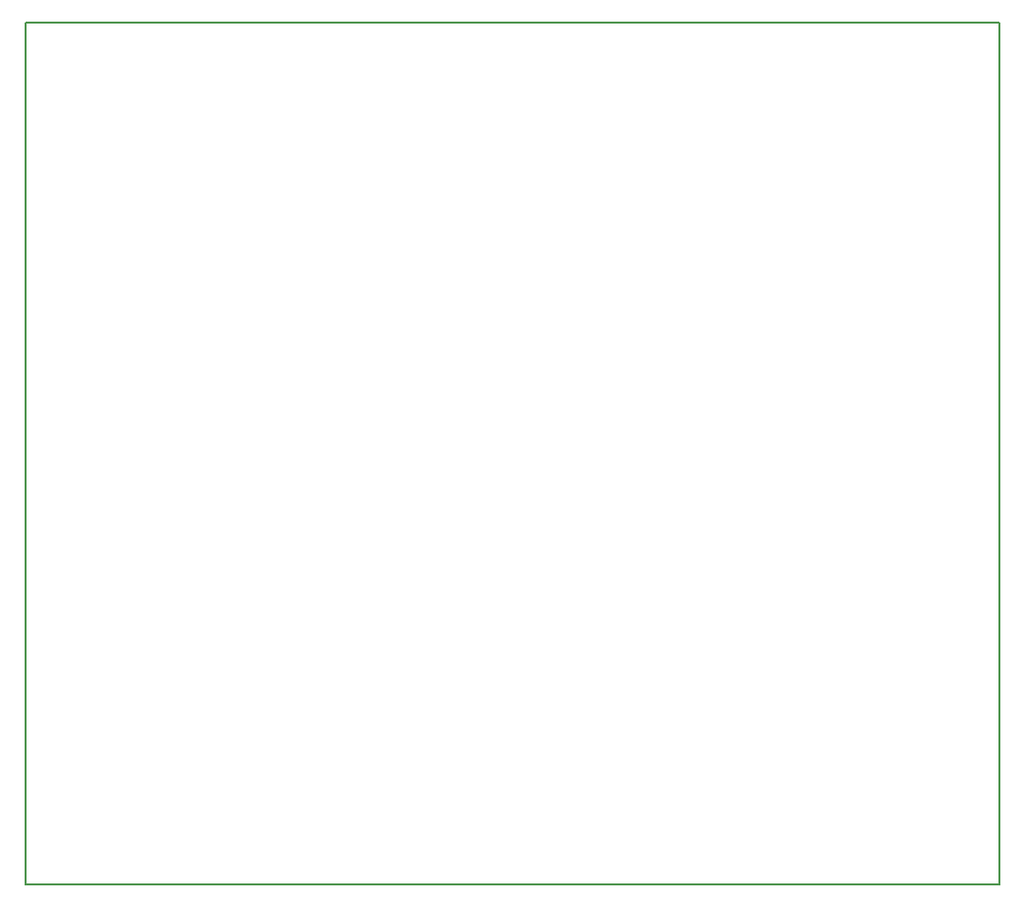
<source format=gbr>
G04 #@! TF.FileFunction,Paste,Top*
%FSLAX46Y46*%
G04 Gerber Fmt 4.6, Leading zero omitted, Abs format (unit mm)*
G04 Created by KiCad (PCBNEW 4.0.2-stable) date 13/03/2016 19:14:25*
%MOMM*%
G01*
G04 APERTURE LIST*
%ADD10C,0.100000*%
%ADD11C,0.150000*%
G04 APERTURE END LIST*
D10*
D11*
X177165000Y-64135000D02*
X177165000Y-138430000D01*
X177165000Y-64135000D02*
X93345000Y-64135000D01*
X172720000Y-138430000D02*
X177165000Y-138430000D01*
X93345000Y-138430000D02*
X172720000Y-138430000D01*
X93345000Y-64135000D02*
X93345000Y-138430000D01*
M02*

</source>
